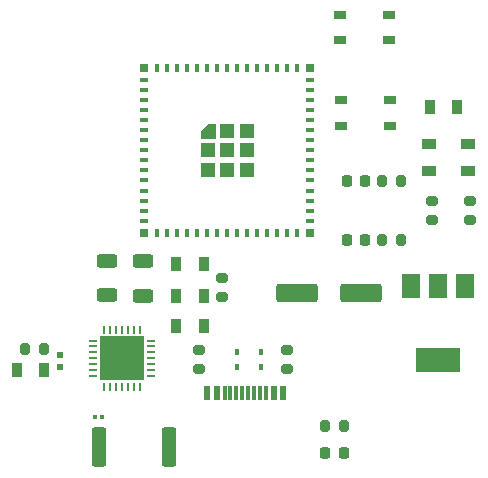
<source format=gtp>
G04 #@! TF.GenerationSoftware,KiCad,Pcbnew,7.0.6*
G04 #@! TF.CreationDate,2025-04-22T09:08:53+02:00*
G04 #@! TF.ProjectId,Stepper ESPother3v3reg,53746570-7065-4722-9045-53506f746865,rev?*
G04 #@! TF.SameCoordinates,Original*
G04 #@! TF.FileFunction,Paste,Top*
G04 #@! TF.FilePolarity,Positive*
%FSLAX46Y46*%
G04 Gerber Fmt 4.6, Leading zero omitted, Abs format (unit mm)*
G04 Created by KiCad (PCBNEW 7.0.6) date 2025-04-22 09:08:53*
%MOMM*%
%LPD*%
G01*
G04 APERTURE LIST*
G04 Aperture macros list*
%AMRoundRect*
0 Rectangle with rounded corners*
0 $1 Rounding radius*
0 $2 $3 $4 $5 $6 $7 $8 $9 X,Y pos of 4 corners*
0 Add a 4 corners polygon primitive as box body*
4,1,4,$2,$3,$4,$5,$6,$7,$8,$9,$2,$3,0*
0 Add four circle primitives for the rounded corners*
1,1,$1+$1,$2,$3*
1,1,$1+$1,$4,$5*
1,1,$1+$1,$6,$7*
1,1,$1+$1,$8,$9*
0 Add four rect primitives between the rounded corners*
20,1,$1+$1,$2,$3,$4,$5,0*
20,1,$1+$1,$4,$5,$6,$7,0*
20,1,$1+$1,$6,$7,$8,$9,0*
20,1,$1+$1,$8,$9,$2,$3,0*%
G04 Aperture macros list end*
%ADD10C,0.010000*%
%ADD11R,0.762000X0.254000*%
%ADD12R,0.254000X0.762000*%
%ADD13R,3.800000X3.800000*%
%ADD14R,1.500000X2.000000*%
%ADD15R,3.800000X2.000000*%
%ADD16R,0.900000X1.300000*%
%ADD17RoundRect,0.200000X0.200000X0.275000X-0.200000X0.275000X-0.200000X-0.275000X0.200000X-0.275000X0*%
%ADD18RoundRect,0.250000X0.625000X-0.312500X0.625000X0.312500X-0.625000X0.312500X-0.625000X-0.312500X0*%
%ADD19R,0.380000X0.400000*%
%ADD20RoundRect,0.200000X-0.275000X0.200000X-0.275000X-0.200000X0.275000X-0.200000X0.275000X0.200000X0*%
%ADD21R,1.300000X0.900000*%
%ADD22RoundRect,0.218750X-0.218750X-0.256250X0.218750X-0.256250X0.218750X0.256250X-0.218750X0.256250X0*%
%ADD23R,0.800000X0.400000*%
%ADD24R,0.400000X0.800000*%
%ADD25R,1.200000X1.200000*%
%ADD26R,0.800000X0.800000*%
%ADD27R,1.050000X0.650000*%
%ADD28RoundRect,0.250000X-0.362500X-1.425000X0.362500X-1.425000X0.362500X1.425000X-0.362500X1.425000X0*%
%ADD29RoundRect,0.200000X-0.200000X-0.275000X0.200000X-0.275000X0.200000X0.275000X-0.200000X0.275000X0*%
%ADD30R,0.600000X1.240000*%
%ADD31R,0.300000X1.240000*%
%ADD32R,0.400000X0.480000*%
%ADD33RoundRect,0.250000X1.500000X0.550000X-1.500000X0.550000X-1.500000X-0.550000X1.500000X-0.550000X0*%
%ADD34R,0.500000X0.500000*%
G04 APERTURE END LIST*
D10*
X107850000Y-52850000D02*
X106650000Y-52850000D01*
X106650000Y-52250000D01*
X107250000Y-51650000D01*
X107850000Y-51650000D01*
X107850000Y-52850000D01*
G36*
X107850000Y-52850000D02*
G01*
X106650000Y-52850000D01*
X106650000Y-52250000D01*
X107250000Y-51650000D01*
X107850000Y-51650000D01*
X107850000Y-52850000D01*
G37*
D11*
X97574300Y-70000000D03*
X97574300Y-70499999D03*
X97574300Y-71000001D03*
X97574300Y-71500000D03*
X97574300Y-71999999D03*
X97574300Y-72500001D03*
X97574300Y-73000000D03*
D12*
X98500000Y-73925700D03*
X98999999Y-73925700D03*
X99500001Y-73925700D03*
X100000000Y-73925700D03*
X100499999Y-73925700D03*
X101000001Y-73925700D03*
X101500000Y-73925700D03*
D11*
X102425700Y-73000000D03*
X102425700Y-72500001D03*
X102425700Y-71999999D03*
X102425700Y-71500000D03*
X102425700Y-71000001D03*
X102425700Y-70499999D03*
X102425700Y-70000000D03*
D12*
X101500000Y-69074300D03*
X101000001Y-69074300D03*
X100499999Y-69074300D03*
X100000000Y-69074300D03*
X99500001Y-69074300D03*
X98999999Y-69074300D03*
X98500000Y-69074300D03*
D13*
X100000000Y-71500000D03*
D14*
X129050000Y-65350000D03*
D15*
X126750000Y-71650000D03*
D14*
X126750000Y-65350000D03*
X124450000Y-65350000D03*
D16*
X106900000Y-68750000D03*
X104600000Y-68750000D03*
D17*
X93425000Y-70750000D03*
X91775000Y-70750000D03*
D18*
X101790000Y-66212500D03*
X101790000Y-63287500D03*
D19*
X97719000Y-76500000D03*
X98281000Y-76500000D03*
D16*
X126100000Y-50250000D03*
X128400000Y-50250000D03*
D20*
X126250000Y-58175000D03*
X126250000Y-59825000D03*
X129500000Y-58175000D03*
X129500000Y-59825000D03*
D21*
X126000000Y-55650000D03*
X126000000Y-53350000D03*
D20*
X114000000Y-70765000D03*
X114000000Y-72415000D03*
D22*
X119022500Y-56500000D03*
X120597500Y-56500000D03*
D23*
X101900000Y-47950000D03*
X101900000Y-48800000D03*
X101900000Y-49650000D03*
X101900000Y-50500000D03*
X101900000Y-51350000D03*
X101900000Y-52200000D03*
X101900000Y-53050000D03*
X101900000Y-53900000D03*
X101900000Y-54750000D03*
X101900000Y-55600000D03*
X101900000Y-56450000D03*
X101900000Y-57300000D03*
X101900000Y-58150000D03*
X101900000Y-59000000D03*
X101900000Y-59850000D03*
D24*
X102950000Y-60900000D03*
X103800000Y-60900000D03*
X104650000Y-60900000D03*
X105500000Y-60900000D03*
X106350000Y-60900000D03*
X107200000Y-60900000D03*
X108050000Y-60900000D03*
X108900000Y-60900000D03*
X109750000Y-60900000D03*
X110600000Y-60900000D03*
X111450000Y-60900000D03*
X112300000Y-60900000D03*
X113150000Y-60900000D03*
X114000000Y-60900000D03*
X114850000Y-60900000D03*
D23*
X115900000Y-59850000D03*
X115900000Y-59000000D03*
X115900000Y-58150000D03*
X115900000Y-57300000D03*
X115900000Y-56450000D03*
X115900000Y-55600000D03*
X115900000Y-54750000D03*
X115900000Y-53900000D03*
X115900000Y-53050000D03*
X115900000Y-52200000D03*
X115900000Y-51350000D03*
X115900000Y-50500000D03*
X115900000Y-49650000D03*
X115900000Y-48800000D03*
X115900000Y-47950000D03*
D24*
X114850000Y-46900000D03*
X114000000Y-46900000D03*
X113150000Y-46900000D03*
X112300000Y-46900000D03*
X111450000Y-46900000D03*
X110600000Y-46900000D03*
X109750000Y-46900000D03*
X108900000Y-46900000D03*
X108050000Y-46900000D03*
X107200000Y-46900000D03*
X106350000Y-46900000D03*
X105500000Y-46900000D03*
X104650000Y-46900000D03*
X103800000Y-46900000D03*
X102950000Y-46900000D03*
D25*
X108900000Y-53900000D03*
X108900000Y-52250000D03*
X110550000Y-52250000D03*
X110550000Y-53900000D03*
X110550000Y-55550000D03*
X108900000Y-55550000D03*
X107250000Y-55550000D03*
X107250000Y-53900000D03*
D26*
X101900000Y-46900000D03*
X101900000Y-60900000D03*
X115900000Y-60900000D03*
X115900000Y-46900000D03*
D27*
X118500000Y-49675000D03*
X122650000Y-49675000D03*
X118500000Y-51825000D03*
X122650000Y-51825000D03*
D28*
X98037500Y-79000000D03*
X103962500Y-79000000D03*
D17*
X118825000Y-77250000D03*
X117175000Y-77250000D03*
D22*
X117175000Y-79500000D03*
X118750000Y-79500000D03*
X119022500Y-61500000D03*
X120597500Y-61500000D03*
D29*
X121985000Y-61500000D03*
X123635000Y-61500000D03*
D30*
X107230000Y-74450000D03*
X108030000Y-74450000D03*
D31*
X109180000Y-74450000D03*
X110180000Y-74450000D03*
X110680000Y-74450000D03*
X111680000Y-74450000D03*
D30*
X112830000Y-74450000D03*
X113630000Y-74450000D03*
X113630000Y-74450000D03*
X112830000Y-74450000D03*
D31*
X112180000Y-74450000D03*
X111180000Y-74450000D03*
X109680000Y-74450000D03*
X108680000Y-74450000D03*
D30*
X108030000Y-74450000D03*
X107230000Y-74450000D03*
D18*
X98750000Y-66175000D03*
X98750000Y-63250000D03*
D32*
X109750000Y-72250000D03*
X109750000Y-70930000D03*
D16*
X93400000Y-72500000D03*
X91100000Y-72500000D03*
D33*
X120200000Y-66000000D03*
X114800000Y-66000000D03*
D27*
X118425000Y-42425000D03*
X122575000Y-42425000D03*
X118425000Y-44575000D03*
X122575000Y-44575000D03*
D16*
X104600000Y-66250000D03*
X106900000Y-66250000D03*
D21*
X129250000Y-55650000D03*
X129250000Y-53350000D03*
D29*
X121985000Y-56500000D03*
X123635000Y-56500000D03*
D32*
X111750000Y-72250000D03*
X111750000Y-70930000D03*
D16*
X104600000Y-63500000D03*
X106900000Y-63500000D03*
D20*
X108500000Y-64675000D03*
X108500000Y-66325000D03*
D34*
X94750000Y-72250000D03*
X94750000Y-71250000D03*
D20*
X106500000Y-70765000D03*
X106500000Y-72415000D03*
M02*

</source>
